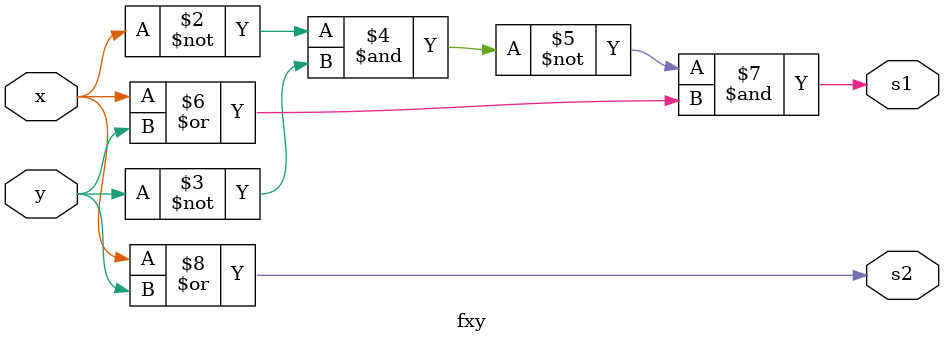
<source format=v>
/*
	Guia_0402c.v
	842536 - Mateus Henrique Medeiros Diniz
*/

module Guia_0402c;
	reg x, y;
	wire s1;
	wire s2;
	
	fxy f ( s1, s2, x, y);
	
	initial 
	begin: main
		integer i;

		$display("s1 = (x' . y')' . (x + y)");
		$display("s2 = x + y");
		$display("x y | s1 | s2");
		$monitor("%b %b | %b  | %b", x, y, s1, s2);
		
		x = 0;
		y = 0;
		
		for(i = 0; i < 3; i++) begin
			#1;
			y = ~y;
			if((i + 1) % 2 == 0) begin
				x = ~x;
			end
		end
	end
endmodule

module fxy (output s1, s2, input x, y);
	assign s1 = ~(~x & ~y) & (x | y);
	assign s2 = x | y;
endmodule
</source>
